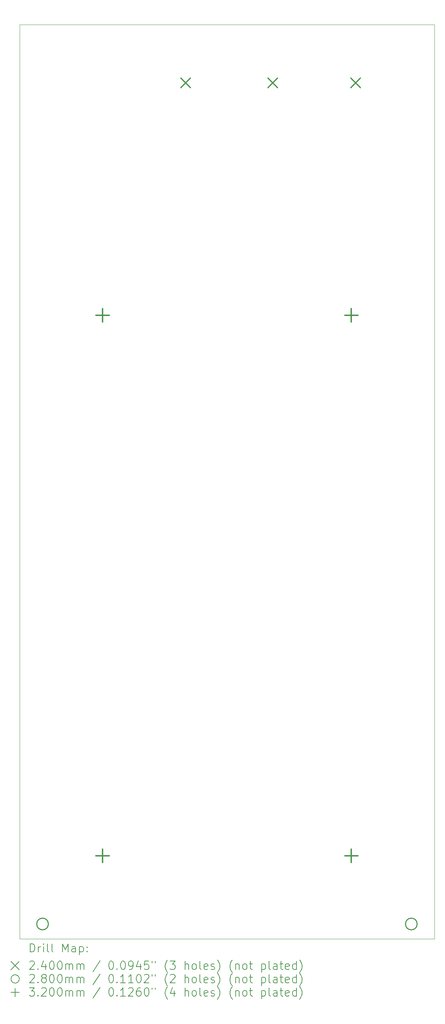
<source format=gbr>
%TF.GenerationSoftware,KiCad,Pcbnew,8.0.2*%
%TF.CreationDate,2024-12-14T16:16:48+01:00*%
%TF.ProjectId,pss_baseboard,7073735f-6261-4736-9562-6f6172642e6b,1.0.0*%
%TF.SameCoordinates,Original*%
%TF.FileFunction,Drillmap*%
%TF.FilePolarity,Positive*%
%FSLAX45Y45*%
G04 Gerber Fmt 4.5, Leading zero omitted, Abs format (unit mm)*
G04 Created by KiCad (PCBNEW 8.0.2) date 2024-12-14 16:16:48*
%MOMM*%
%LPD*%
G01*
G04 APERTURE LIST*
%ADD10C,0.100000*%
%ADD11C,0.200000*%
%ADD12C,0.240000*%
%ADD13C,0.280000*%
%ADD14C,0.320000*%
G04 APERTURE END LIST*
D10*
X16000000Y-24000000D02*
X16000000Y-2000000D01*
X26000000Y-2000000D02*
X26000000Y-24000000D01*
X16000000Y-2000000D02*
X26000000Y-2000000D01*
X26000000Y-24000000D02*
X16000000Y-24000000D01*
D11*
D12*
X19880000Y-3280000D02*
X20120000Y-3520000D01*
X20120000Y-3280000D02*
X19880000Y-3520000D01*
X21980000Y-3280000D02*
X22220000Y-3520000D01*
X22220000Y-3280000D02*
X21980000Y-3520000D01*
X23980000Y-3280000D02*
X24220000Y-3520000D01*
X24220000Y-3280000D02*
X23980000Y-3520000D01*
D13*
X16695000Y-23643000D02*
G75*
G02*
X16415000Y-23643000I-140000J0D01*
G01*
X16415000Y-23643000D02*
G75*
G02*
X16695000Y-23643000I140000J0D01*
G01*
X25585000Y-23643000D02*
G75*
G02*
X25305000Y-23643000I-140000J0D01*
G01*
X25305000Y-23643000D02*
G75*
G02*
X25585000Y-23643000I140000J0D01*
G01*
D14*
X18000000Y-8840000D02*
X18000000Y-9160000D01*
X17840000Y-9000000D02*
X18160000Y-9000000D01*
X18000000Y-21840000D02*
X18000000Y-22160000D01*
X17840000Y-22000000D02*
X18160000Y-22000000D01*
X24000000Y-8840000D02*
X24000000Y-9160000D01*
X23840000Y-9000000D02*
X24160000Y-9000000D01*
X24000000Y-21840000D02*
X24000000Y-22160000D01*
X23840000Y-22000000D02*
X24160000Y-22000000D01*
D11*
X16255777Y-24316484D02*
X16255777Y-24116484D01*
X16255777Y-24116484D02*
X16303396Y-24116484D01*
X16303396Y-24116484D02*
X16331967Y-24126008D01*
X16331967Y-24126008D02*
X16351015Y-24145055D01*
X16351015Y-24145055D02*
X16360539Y-24164103D01*
X16360539Y-24164103D02*
X16370062Y-24202198D01*
X16370062Y-24202198D02*
X16370062Y-24230769D01*
X16370062Y-24230769D02*
X16360539Y-24268865D01*
X16360539Y-24268865D02*
X16351015Y-24287912D01*
X16351015Y-24287912D02*
X16331967Y-24306960D01*
X16331967Y-24306960D02*
X16303396Y-24316484D01*
X16303396Y-24316484D02*
X16255777Y-24316484D01*
X16455777Y-24316484D02*
X16455777Y-24183150D01*
X16455777Y-24221246D02*
X16465301Y-24202198D01*
X16465301Y-24202198D02*
X16474824Y-24192674D01*
X16474824Y-24192674D02*
X16493872Y-24183150D01*
X16493872Y-24183150D02*
X16512920Y-24183150D01*
X16579586Y-24316484D02*
X16579586Y-24183150D01*
X16579586Y-24116484D02*
X16570062Y-24126008D01*
X16570062Y-24126008D02*
X16579586Y-24135531D01*
X16579586Y-24135531D02*
X16589110Y-24126008D01*
X16589110Y-24126008D02*
X16579586Y-24116484D01*
X16579586Y-24116484D02*
X16579586Y-24135531D01*
X16703396Y-24316484D02*
X16684348Y-24306960D01*
X16684348Y-24306960D02*
X16674824Y-24287912D01*
X16674824Y-24287912D02*
X16674824Y-24116484D01*
X16808158Y-24316484D02*
X16789110Y-24306960D01*
X16789110Y-24306960D02*
X16779586Y-24287912D01*
X16779586Y-24287912D02*
X16779586Y-24116484D01*
X17036729Y-24316484D02*
X17036729Y-24116484D01*
X17036729Y-24116484D02*
X17103396Y-24259341D01*
X17103396Y-24259341D02*
X17170063Y-24116484D01*
X17170063Y-24116484D02*
X17170063Y-24316484D01*
X17351015Y-24316484D02*
X17351015Y-24211722D01*
X17351015Y-24211722D02*
X17341491Y-24192674D01*
X17341491Y-24192674D02*
X17322444Y-24183150D01*
X17322444Y-24183150D02*
X17284348Y-24183150D01*
X17284348Y-24183150D02*
X17265301Y-24192674D01*
X17351015Y-24306960D02*
X17331967Y-24316484D01*
X17331967Y-24316484D02*
X17284348Y-24316484D01*
X17284348Y-24316484D02*
X17265301Y-24306960D01*
X17265301Y-24306960D02*
X17255777Y-24287912D01*
X17255777Y-24287912D02*
X17255777Y-24268865D01*
X17255777Y-24268865D02*
X17265301Y-24249817D01*
X17265301Y-24249817D02*
X17284348Y-24240293D01*
X17284348Y-24240293D02*
X17331967Y-24240293D01*
X17331967Y-24240293D02*
X17351015Y-24230769D01*
X17446253Y-24183150D02*
X17446253Y-24383150D01*
X17446253Y-24192674D02*
X17465301Y-24183150D01*
X17465301Y-24183150D02*
X17503396Y-24183150D01*
X17503396Y-24183150D02*
X17522444Y-24192674D01*
X17522444Y-24192674D02*
X17531967Y-24202198D01*
X17531967Y-24202198D02*
X17541491Y-24221246D01*
X17541491Y-24221246D02*
X17541491Y-24278388D01*
X17541491Y-24278388D02*
X17531967Y-24297436D01*
X17531967Y-24297436D02*
X17522444Y-24306960D01*
X17522444Y-24306960D02*
X17503396Y-24316484D01*
X17503396Y-24316484D02*
X17465301Y-24316484D01*
X17465301Y-24316484D02*
X17446253Y-24306960D01*
X17627205Y-24297436D02*
X17636729Y-24306960D01*
X17636729Y-24306960D02*
X17627205Y-24316484D01*
X17627205Y-24316484D02*
X17617682Y-24306960D01*
X17617682Y-24306960D02*
X17627205Y-24297436D01*
X17627205Y-24297436D02*
X17627205Y-24316484D01*
X17627205Y-24192674D02*
X17636729Y-24202198D01*
X17636729Y-24202198D02*
X17627205Y-24211722D01*
X17627205Y-24211722D02*
X17617682Y-24202198D01*
X17617682Y-24202198D02*
X17627205Y-24192674D01*
X17627205Y-24192674D02*
X17627205Y-24211722D01*
X15795000Y-24545000D02*
X15995000Y-24745000D01*
X15995000Y-24545000D02*
X15795000Y-24745000D01*
X16246253Y-24555531D02*
X16255777Y-24546008D01*
X16255777Y-24546008D02*
X16274824Y-24536484D01*
X16274824Y-24536484D02*
X16322443Y-24536484D01*
X16322443Y-24536484D02*
X16341491Y-24546008D01*
X16341491Y-24546008D02*
X16351015Y-24555531D01*
X16351015Y-24555531D02*
X16360539Y-24574579D01*
X16360539Y-24574579D02*
X16360539Y-24593627D01*
X16360539Y-24593627D02*
X16351015Y-24622198D01*
X16351015Y-24622198D02*
X16236729Y-24736484D01*
X16236729Y-24736484D02*
X16360539Y-24736484D01*
X16446253Y-24717436D02*
X16455777Y-24726960D01*
X16455777Y-24726960D02*
X16446253Y-24736484D01*
X16446253Y-24736484D02*
X16436729Y-24726960D01*
X16436729Y-24726960D02*
X16446253Y-24717436D01*
X16446253Y-24717436D02*
X16446253Y-24736484D01*
X16627205Y-24603150D02*
X16627205Y-24736484D01*
X16579586Y-24526960D02*
X16531967Y-24669817D01*
X16531967Y-24669817D02*
X16655777Y-24669817D01*
X16770062Y-24536484D02*
X16789110Y-24536484D01*
X16789110Y-24536484D02*
X16808158Y-24546008D01*
X16808158Y-24546008D02*
X16817682Y-24555531D01*
X16817682Y-24555531D02*
X16827205Y-24574579D01*
X16827205Y-24574579D02*
X16836729Y-24612674D01*
X16836729Y-24612674D02*
X16836729Y-24660293D01*
X16836729Y-24660293D02*
X16827205Y-24698388D01*
X16827205Y-24698388D02*
X16817682Y-24717436D01*
X16817682Y-24717436D02*
X16808158Y-24726960D01*
X16808158Y-24726960D02*
X16789110Y-24736484D01*
X16789110Y-24736484D02*
X16770062Y-24736484D01*
X16770062Y-24736484D02*
X16751015Y-24726960D01*
X16751015Y-24726960D02*
X16741491Y-24717436D01*
X16741491Y-24717436D02*
X16731967Y-24698388D01*
X16731967Y-24698388D02*
X16722443Y-24660293D01*
X16722443Y-24660293D02*
X16722443Y-24612674D01*
X16722443Y-24612674D02*
X16731967Y-24574579D01*
X16731967Y-24574579D02*
X16741491Y-24555531D01*
X16741491Y-24555531D02*
X16751015Y-24546008D01*
X16751015Y-24546008D02*
X16770062Y-24536484D01*
X16960539Y-24536484D02*
X16979586Y-24536484D01*
X16979586Y-24536484D02*
X16998634Y-24546008D01*
X16998634Y-24546008D02*
X17008158Y-24555531D01*
X17008158Y-24555531D02*
X17017682Y-24574579D01*
X17017682Y-24574579D02*
X17027205Y-24612674D01*
X17027205Y-24612674D02*
X17027205Y-24660293D01*
X17027205Y-24660293D02*
X17017682Y-24698388D01*
X17017682Y-24698388D02*
X17008158Y-24717436D01*
X17008158Y-24717436D02*
X16998634Y-24726960D01*
X16998634Y-24726960D02*
X16979586Y-24736484D01*
X16979586Y-24736484D02*
X16960539Y-24736484D01*
X16960539Y-24736484D02*
X16941491Y-24726960D01*
X16941491Y-24726960D02*
X16931967Y-24717436D01*
X16931967Y-24717436D02*
X16922444Y-24698388D01*
X16922444Y-24698388D02*
X16912920Y-24660293D01*
X16912920Y-24660293D02*
X16912920Y-24612674D01*
X16912920Y-24612674D02*
X16922444Y-24574579D01*
X16922444Y-24574579D02*
X16931967Y-24555531D01*
X16931967Y-24555531D02*
X16941491Y-24546008D01*
X16941491Y-24546008D02*
X16960539Y-24536484D01*
X17112920Y-24736484D02*
X17112920Y-24603150D01*
X17112920Y-24622198D02*
X17122444Y-24612674D01*
X17122444Y-24612674D02*
X17141491Y-24603150D01*
X17141491Y-24603150D02*
X17170063Y-24603150D01*
X17170063Y-24603150D02*
X17189110Y-24612674D01*
X17189110Y-24612674D02*
X17198634Y-24631722D01*
X17198634Y-24631722D02*
X17198634Y-24736484D01*
X17198634Y-24631722D02*
X17208158Y-24612674D01*
X17208158Y-24612674D02*
X17227205Y-24603150D01*
X17227205Y-24603150D02*
X17255777Y-24603150D01*
X17255777Y-24603150D02*
X17274825Y-24612674D01*
X17274825Y-24612674D02*
X17284348Y-24631722D01*
X17284348Y-24631722D02*
X17284348Y-24736484D01*
X17379586Y-24736484D02*
X17379586Y-24603150D01*
X17379586Y-24622198D02*
X17389110Y-24612674D01*
X17389110Y-24612674D02*
X17408158Y-24603150D01*
X17408158Y-24603150D02*
X17436729Y-24603150D01*
X17436729Y-24603150D02*
X17455777Y-24612674D01*
X17455777Y-24612674D02*
X17465301Y-24631722D01*
X17465301Y-24631722D02*
X17465301Y-24736484D01*
X17465301Y-24631722D02*
X17474825Y-24612674D01*
X17474825Y-24612674D02*
X17493872Y-24603150D01*
X17493872Y-24603150D02*
X17522444Y-24603150D01*
X17522444Y-24603150D02*
X17541491Y-24612674D01*
X17541491Y-24612674D02*
X17551015Y-24631722D01*
X17551015Y-24631722D02*
X17551015Y-24736484D01*
X17941491Y-24526960D02*
X17770063Y-24784103D01*
X18198634Y-24536484D02*
X18217682Y-24536484D01*
X18217682Y-24536484D02*
X18236729Y-24546008D01*
X18236729Y-24546008D02*
X18246253Y-24555531D01*
X18246253Y-24555531D02*
X18255777Y-24574579D01*
X18255777Y-24574579D02*
X18265301Y-24612674D01*
X18265301Y-24612674D02*
X18265301Y-24660293D01*
X18265301Y-24660293D02*
X18255777Y-24698388D01*
X18255777Y-24698388D02*
X18246253Y-24717436D01*
X18246253Y-24717436D02*
X18236729Y-24726960D01*
X18236729Y-24726960D02*
X18217682Y-24736484D01*
X18217682Y-24736484D02*
X18198634Y-24736484D01*
X18198634Y-24736484D02*
X18179587Y-24726960D01*
X18179587Y-24726960D02*
X18170063Y-24717436D01*
X18170063Y-24717436D02*
X18160539Y-24698388D01*
X18160539Y-24698388D02*
X18151015Y-24660293D01*
X18151015Y-24660293D02*
X18151015Y-24612674D01*
X18151015Y-24612674D02*
X18160539Y-24574579D01*
X18160539Y-24574579D02*
X18170063Y-24555531D01*
X18170063Y-24555531D02*
X18179587Y-24546008D01*
X18179587Y-24546008D02*
X18198634Y-24536484D01*
X18351015Y-24717436D02*
X18360539Y-24726960D01*
X18360539Y-24726960D02*
X18351015Y-24736484D01*
X18351015Y-24736484D02*
X18341491Y-24726960D01*
X18341491Y-24726960D02*
X18351015Y-24717436D01*
X18351015Y-24717436D02*
X18351015Y-24736484D01*
X18484348Y-24536484D02*
X18503396Y-24536484D01*
X18503396Y-24536484D02*
X18522444Y-24546008D01*
X18522444Y-24546008D02*
X18531968Y-24555531D01*
X18531968Y-24555531D02*
X18541491Y-24574579D01*
X18541491Y-24574579D02*
X18551015Y-24612674D01*
X18551015Y-24612674D02*
X18551015Y-24660293D01*
X18551015Y-24660293D02*
X18541491Y-24698388D01*
X18541491Y-24698388D02*
X18531968Y-24717436D01*
X18531968Y-24717436D02*
X18522444Y-24726960D01*
X18522444Y-24726960D02*
X18503396Y-24736484D01*
X18503396Y-24736484D02*
X18484348Y-24736484D01*
X18484348Y-24736484D02*
X18465301Y-24726960D01*
X18465301Y-24726960D02*
X18455777Y-24717436D01*
X18455777Y-24717436D02*
X18446253Y-24698388D01*
X18446253Y-24698388D02*
X18436729Y-24660293D01*
X18436729Y-24660293D02*
X18436729Y-24612674D01*
X18436729Y-24612674D02*
X18446253Y-24574579D01*
X18446253Y-24574579D02*
X18455777Y-24555531D01*
X18455777Y-24555531D02*
X18465301Y-24546008D01*
X18465301Y-24546008D02*
X18484348Y-24536484D01*
X18646253Y-24736484D02*
X18684348Y-24736484D01*
X18684348Y-24736484D02*
X18703396Y-24726960D01*
X18703396Y-24726960D02*
X18712920Y-24717436D01*
X18712920Y-24717436D02*
X18731968Y-24688865D01*
X18731968Y-24688865D02*
X18741491Y-24650769D01*
X18741491Y-24650769D02*
X18741491Y-24574579D01*
X18741491Y-24574579D02*
X18731968Y-24555531D01*
X18731968Y-24555531D02*
X18722444Y-24546008D01*
X18722444Y-24546008D02*
X18703396Y-24536484D01*
X18703396Y-24536484D02*
X18665301Y-24536484D01*
X18665301Y-24536484D02*
X18646253Y-24546008D01*
X18646253Y-24546008D02*
X18636729Y-24555531D01*
X18636729Y-24555531D02*
X18627206Y-24574579D01*
X18627206Y-24574579D02*
X18627206Y-24622198D01*
X18627206Y-24622198D02*
X18636729Y-24641246D01*
X18636729Y-24641246D02*
X18646253Y-24650769D01*
X18646253Y-24650769D02*
X18665301Y-24660293D01*
X18665301Y-24660293D02*
X18703396Y-24660293D01*
X18703396Y-24660293D02*
X18722444Y-24650769D01*
X18722444Y-24650769D02*
X18731968Y-24641246D01*
X18731968Y-24641246D02*
X18741491Y-24622198D01*
X18912920Y-24603150D02*
X18912920Y-24736484D01*
X18865301Y-24526960D02*
X18817682Y-24669817D01*
X18817682Y-24669817D02*
X18941491Y-24669817D01*
X19112920Y-24536484D02*
X19017682Y-24536484D01*
X19017682Y-24536484D02*
X19008158Y-24631722D01*
X19008158Y-24631722D02*
X19017682Y-24622198D01*
X19017682Y-24622198D02*
X19036729Y-24612674D01*
X19036729Y-24612674D02*
X19084349Y-24612674D01*
X19084349Y-24612674D02*
X19103396Y-24622198D01*
X19103396Y-24622198D02*
X19112920Y-24631722D01*
X19112920Y-24631722D02*
X19122444Y-24650769D01*
X19122444Y-24650769D02*
X19122444Y-24698388D01*
X19122444Y-24698388D02*
X19112920Y-24717436D01*
X19112920Y-24717436D02*
X19103396Y-24726960D01*
X19103396Y-24726960D02*
X19084349Y-24736484D01*
X19084349Y-24736484D02*
X19036729Y-24736484D01*
X19036729Y-24736484D02*
X19017682Y-24726960D01*
X19017682Y-24726960D02*
X19008158Y-24717436D01*
X19198634Y-24536484D02*
X19198634Y-24574579D01*
X19274825Y-24536484D02*
X19274825Y-24574579D01*
X19570063Y-24812674D02*
X19560539Y-24803150D01*
X19560539Y-24803150D02*
X19541491Y-24774579D01*
X19541491Y-24774579D02*
X19531968Y-24755531D01*
X19531968Y-24755531D02*
X19522444Y-24726960D01*
X19522444Y-24726960D02*
X19512920Y-24679341D01*
X19512920Y-24679341D02*
X19512920Y-24641246D01*
X19512920Y-24641246D02*
X19522444Y-24593627D01*
X19522444Y-24593627D02*
X19531968Y-24565055D01*
X19531968Y-24565055D02*
X19541491Y-24546008D01*
X19541491Y-24546008D02*
X19560539Y-24517436D01*
X19560539Y-24517436D02*
X19570063Y-24507912D01*
X19627206Y-24536484D02*
X19751015Y-24536484D01*
X19751015Y-24536484D02*
X19684349Y-24612674D01*
X19684349Y-24612674D02*
X19712920Y-24612674D01*
X19712920Y-24612674D02*
X19731968Y-24622198D01*
X19731968Y-24622198D02*
X19741491Y-24631722D01*
X19741491Y-24631722D02*
X19751015Y-24650769D01*
X19751015Y-24650769D02*
X19751015Y-24698388D01*
X19751015Y-24698388D02*
X19741491Y-24717436D01*
X19741491Y-24717436D02*
X19731968Y-24726960D01*
X19731968Y-24726960D02*
X19712920Y-24736484D01*
X19712920Y-24736484D02*
X19655777Y-24736484D01*
X19655777Y-24736484D02*
X19636730Y-24726960D01*
X19636730Y-24726960D02*
X19627206Y-24717436D01*
X19989111Y-24736484D02*
X19989111Y-24536484D01*
X20074825Y-24736484D02*
X20074825Y-24631722D01*
X20074825Y-24631722D02*
X20065301Y-24612674D01*
X20065301Y-24612674D02*
X20046253Y-24603150D01*
X20046253Y-24603150D02*
X20017682Y-24603150D01*
X20017682Y-24603150D02*
X19998634Y-24612674D01*
X19998634Y-24612674D02*
X19989111Y-24622198D01*
X20198634Y-24736484D02*
X20179587Y-24726960D01*
X20179587Y-24726960D02*
X20170063Y-24717436D01*
X20170063Y-24717436D02*
X20160539Y-24698388D01*
X20160539Y-24698388D02*
X20160539Y-24641246D01*
X20160539Y-24641246D02*
X20170063Y-24622198D01*
X20170063Y-24622198D02*
X20179587Y-24612674D01*
X20179587Y-24612674D02*
X20198634Y-24603150D01*
X20198634Y-24603150D02*
X20227206Y-24603150D01*
X20227206Y-24603150D02*
X20246253Y-24612674D01*
X20246253Y-24612674D02*
X20255777Y-24622198D01*
X20255777Y-24622198D02*
X20265301Y-24641246D01*
X20265301Y-24641246D02*
X20265301Y-24698388D01*
X20265301Y-24698388D02*
X20255777Y-24717436D01*
X20255777Y-24717436D02*
X20246253Y-24726960D01*
X20246253Y-24726960D02*
X20227206Y-24736484D01*
X20227206Y-24736484D02*
X20198634Y-24736484D01*
X20379587Y-24736484D02*
X20360539Y-24726960D01*
X20360539Y-24726960D02*
X20351015Y-24707912D01*
X20351015Y-24707912D02*
X20351015Y-24536484D01*
X20531968Y-24726960D02*
X20512920Y-24736484D01*
X20512920Y-24736484D02*
X20474825Y-24736484D01*
X20474825Y-24736484D02*
X20455777Y-24726960D01*
X20455777Y-24726960D02*
X20446253Y-24707912D01*
X20446253Y-24707912D02*
X20446253Y-24631722D01*
X20446253Y-24631722D02*
X20455777Y-24612674D01*
X20455777Y-24612674D02*
X20474825Y-24603150D01*
X20474825Y-24603150D02*
X20512920Y-24603150D01*
X20512920Y-24603150D02*
X20531968Y-24612674D01*
X20531968Y-24612674D02*
X20541492Y-24631722D01*
X20541492Y-24631722D02*
X20541492Y-24650769D01*
X20541492Y-24650769D02*
X20446253Y-24669817D01*
X20617682Y-24726960D02*
X20636730Y-24736484D01*
X20636730Y-24736484D02*
X20674825Y-24736484D01*
X20674825Y-24736484D02*
X20693873Y-24726960D01*
X20693873Y-24726960D02*
X20703396Y-24707912D01*
X20703396Y-24707912D02*
X20703396Y-24698388D01*
X20703396Y-24698388D02*
X20693873Y-24679341D01*
X20693873Y-24679341D02*
X20674825Y-24669817D01*
X20674825Y-24669817D02*
X20646253Y-24669817D01*
X20646253Y-24669817D02*
X20627206Y-24660293D01*
X20627206Y-24660293D02*
X20617682Y-24641246D01*
X20617682Y-24641246D02*
X20617682Y-24631722D01*
X20617682Y-24631722D02*
X20627206Y-24612674D01*
X20627206Y-24612674D02*
X20646253Y-24603150D01*
X20646253Y-24603150D02*
X20674825Y-24603150D01*
X20674825Y-24603150D02*
X20693873Y-24612674D01*
X20770063Y-24812674D02*
X20779587Y-24803150D01*
X20779587Y-24803150D02*
X20798634Y-24774579D01*
X20798634Y-24774579D02*
X20808158Y-24755531D01*
X20808158Y-24755531D02*
X20817682Y-24726960D01*
X20817682Y-24726960D02*
X20827206Y-24679341D01*
X20827206Y-24679341D02*
X20827206Y-24641246D01*
X20827206Y-24641246D02*
X20817682Y-24593627D01*
X20817682Y-24593627D02*
X20808158Y-24565055D01*
X20808158Y-24565055D02*
X20798634Y-24546008D01*
X20798634Y-24546008D02*
X20779587Y-24517436D01*
X20779587Y-24517436D02*
X20770063Y-24507912D01*
X21131968Y-24812674D02*
X21122444Y-24803150D01*
X21122444Y-24803150D02*
X21103396Y-24774579D01*
X21103396Y-24774579D02*
X21093873Y-24755531D01*
X21093873Y-24755531D02*
X21084349Y-24726960D01*
X21084349Y-24726960D02*
X21074825Y-24679341D01*
X21074825Y-24679341D02*
X21074825Y-24641246D01*
X21074825Y-24641246D02*
X21084349Y-24593627D01*
X21084349Y-24593627D02*
X21093873Y-24565055D01*
X21093873Y-24565055D02*
X21103396Y-24546008D01*
X21103396Y-24546008D02*
X21122444Y-24517436D01*
X21122444Y-24517436D02*
X21131968Y-24507912D01*
X21208158Y-24603150D02*
X21208158Y-24736484D01*
X21208158Y-24622198D02*
X21217682Y-24612674D01*
X21217682Y-24612674D02*
X21236730Y-24603150D01*
X21236730Y-24603150D02*
X21265301Y-24603150D01*
X21265301Y-24603150D02*
X21284349Y-24612674D01*
X21284349Y-24612674D02*
X21293873Y-24631722D01*
X21293873Y-24631722D02*
X21293873Y-24736484D01*
X21417682Y-24736484D02*
X21398634Y-24726960D01*
X21398634Y-24726960D02*
X21389111Y-24717436D01*
X21389111Y-24717436D02*
X21379587Y-24698388D01*
X21379587Y-24698388D02*
X21379587Y-24641246D01*
X21379587Y-24641246D02*
X21389111Y-24622198D01*
X21389111Y-24622198D02*
X21398634Y-24612674D01*
X21398634Y-24612674D02*
X21417682Y-24603150D01*
X21417682Y-24603150D02*
X21446254Y-24603150D01*
X21446254Y-24603150D02*
X21465301Y-24612674D01*
X21465301Y-24612674D02*
X21474825Y-24622198D01*
X21474825Y-24622198D02*
X21484349Y-24641246D01*
X21484349Y-24641246D02*
X21484349Y-24698388D01*
X21484349Y-24698388D02*
X21474825Y-24717436D01*
X21474825Y-24717436D02*
X21465301Y-24726960D01*
X21465301Y-24726960D02*
X21446254Y-24736484D01*
X21446254Y-24736484D02*
X21417682Y-24736484D01*
X21541492Y-24603150D02*
X21617682Y-24603150D01*
X21570063Y-24536484D02*
X21570063Y-24707912D01*
X21570063Y-24707912D02*
X21579587Y-24726960D01*
X21579587Y-24726960D02*
X21598634Y-24736484D01*
X21598634Y-24736484D02*
X21617682Y-24736484D01*
X21836730Y-24603150D02*
X21836730Y-24803150D01*
X21836730Y-24612674D02*
X21855777Y-24603150D01*
X21855777Y-24603150D02*
X21893873Y-24603150D01*
X21893873Y-24603150D02*
X21912920Y-24612674D01*
X21912920Y-24612674D02*
X21922444Y-24622198D01*
X21922444Y-24622198D02*
X21931968Y-24641246D01*
X21931968Y-24641246D02*
X21931968Y-24698388D01*
X21931968Y-24698388D02*
X21922444Y-24717436D01*
X21922444Y-24717436D02*
X21912920Y-24726960D01*
X21912920Y-24726960D02*
X21893873Y-24736484D01*
X21893873Y-24736484D02*
X21855777Y-24736484D01*
X21855777Y-24736484D02*
X21836730Y-24726960D01*
X22046254Y-24736484D02*
X22027206Y-24726960D01*
X22027206Y-24726960D02*
X22017682Y-24707912D01*
X22017682Y-24707912D02*
X22017682Y-24536484D01*
X22208158Y-24736484D02*
X22208158Y-24631722D01*
X22208158Y-24631722D02*
X22198635Y-24612674D01*
X22198635Y-24612674D02*
X22179587Y-24603150D01*
X22179587Y-24603150D02*
X22141492Y-24603150D01*
X22141492Y-24603150D02*
X22122444Y-24612674D01*
X22208158Y-24726960D02*
X22189111Y-24736484D01*
X22189111Y-24736484D02*
X22141492Y-24736484D01*
X22141492Y-24736484D02*
X22122444Y-24726960D01*
X22122444Y-24726960D02*
X22112920Y-24707912D01*
X22112920Y-24707912D02*
X22112920Y-24688865D01*
X22112920Y-24688865D02*
X22122444Y-24669817D01*
X22122444Y-24669817D02*
X22141492Y-24660293D01*
X22141492Y-24660293D02*
X22189111Y-24660293D01*
X22189111Y-24660293D02*
X22208158Y-24650769D01*
X22274825Y-24603150D02*
X22351015Y-24603150D01*
X22303396Y-24536484D02*
X22303396Y-24707912D01*
X22303396Y-24707912D02*
X22312920Y-24726960D01*
X22312920Y-24726960D02*
X22331968Y-24736484D01*
X22331968Y-24736484D02*
X22351015Y-24736484D01*
X22493873Y-24726960D02*
X22474825Y-24736484D01*
X22474825Y-24736484D02*
X22436730Y-24736484D01*
X22436730Y-24736484D02*
X22417682Y-24726960D01*
X22417682Y-24726960D02*
X22408158Y-24707912D01*
X22408158Y-24707912D02*
X22408158Y-24631722D01*
X22408158Y-24631722D02*
X22417682Y-24612674D01*
X22417682Y-24612674D02*
X22436730Y-24603150D01*
X22436730Y-24603150D02*
X22474825Y-24603150D01*
X22474825Y-24603150D02*
X22493873Y-24612674D01*
X22493873Y-24612674D02*
X22503396Y-24631722D01*
X22503396Y-24631722D02*
X22503396Y-24650769D01*
X22503396Y-24650769D02*
X22408158Y-24669817D01*
X22674825Y-24736484D02*
X22674825Y-24536484D01*
X22674825Y-24726960D02*
X22655777Y-24736484D01*
X22655777Y-24736484D02*
X22617682Y-24736484D01*
X22617682Y-24736484D02*
X22598634Y-24726960D01*
X22598634Y-24726960D02*
X22589111Y-24717436D01*
X22589111Y-24717436D02*
X22579587Y-24698388D01*
X22579587Y-24698388D02*
X22579587Y-24641246D01*
X22579587Y-24641246D02*
X22589111Y-24622198D01*
X22589111Y-24622198D02*
X22598634Y-24612674D01*
X22598634Y-24612674D02*
X22617682Y-24603150D01*
X22617682Y-24603150D02*
X22655777Y-24603150D01*
X22655777Y-24603150D02*
X22674825Y-24612674D01*
X22751015Y-24812674D02*
X22760539Y-24803150D01*
X22760539Y-24803150D02*
X22779587Y-24774579D01*
X22779587Y-24774579D02*
X22789111Y-24755531D01*
X22789111Y-24755531D02*
X22798634Y-24726960D01*
X22798634Y-24726960D02*
X22808158Y-24679341D01*
X22808158Y-24679341D02*
X22808158Y-24641246D01*
X22808158Y-24641246D02*
X22798634Y-24593627D01*
X22798634Y-24593627D02*
X22789111Y-24565055D01*
X22789111Y-24565055D02*
X22779587Y-24546008D01*
X22779587Y-24546008D02*
X22760539Y-24517436D01*
X22760539Y-24517436D02*
X22751015Y-24507912D01*
X15995000Y-24965000D02*
G75*
G02*
X15795000Y-24965000I-100000J0D01*
G01*
X15795000Y-24965000D02*
G75*
G02*
X15995000Y-24965000I100000J0D01*
G01*
X16246253Y-24875531D02*
X16255777Y-24866008D01*
X16255777Y-24866008D02*
X16274824Y-24856484D01*
X16274824Y-24856484D02*
X16322443Y-24856484D01*
X16322443Y-24856484D02*
X16341491Y-24866008D01*
X16341491Y-24866008D02*
X16351015Y-24875531D01*
X16351015Y-24875531D02*
X16360539Y-24894579D01*
X16360539Y-24894579D02*
X16360539Y-24913627D01*
X16360539Y-24913627D02*
X16351015Y-24942198D01*
X16351015Y-24942198D02*
X16236729Y-25056484D01*
X16236729Y-25056484D02*
X16360539Y-25056484D01*
X16446253Y-25037436D02*
X16455777Y-25046960D01*
X16455777Y-25046960D02*
X16446253Y-25056484D01*
X16446253Y-25056484D02*
X16436729Y-25046960D01*
X16436729Y-25046960D02*
X16446253Y-25037436D01*
X16446253Y-25037436D02*
X16446253Y-25056484D01*
X16570062Y-24942198D02*
X16551015Y-24932674D01*
X16551015Y-24932674D02*
X16541491Y-24923150D01*
X16541491Y-24923150D02*
X16531967Y-24904103D01*
X16531967Y-24904103D02*
X16531967Y-24894579D01*
X16531967Y-24894579D02*
X16541491Y-24875531D01*
X16541491Y-24875531D02*
X16551015Y-24866008D01*
X16551015Y-24866008D02*
X16570062Y-24856484D01*
X16570062Y-24856484D02*
X16608158Y-24856484D01*
X16608158Y-24856484D02*
X16627205Y-24866008D01*
X16627205Y-24866008D02*
X16636729Y-24875531D01*
X16636729Y-24875531D02*
X16646253Y-24894579D01*
X16646253Y-24894579D02*
X16646253Y-24904103D01*
X16646253Y-24904103D02*
X16636729Y-24923150D01*
X16636729Y-24923150D02*
X16627205Y-24932674D01*
X16627205Y-24932674D02*
X16608158Y-24942198D01*
X16608158Y-24942198D02*
X16570062Y-24942198D01*
X16570062Y-24942198D02*
X16551015Y-24951722D01*
X16551015Y-24951722D02*
X16541491Y-24961246D01*
X16541491Y-24961246D02*
X16531967Y-24980293D01*
X16531967Y-24980293D02*
X16531967Y-25018388D01*
X16531967Y-25018388D02*
X16541491Y-25037436D01*
X16541491Y-25037436D02*
X16551015Y-25046960D01*
X16551015Y-25046960D02*
X16570062Y-25056484D01*
X16570062Y-25056484D02*
X16608158Y-25056484D01*
X16608158Y-25056484D02*
X16627205Y-25046960D01*
X16627205Y-25046960D02*
X16636729Y-25037436D01*
X16636729Y-25037436D02*
X16646253Y-25018388D01*
X16646253Y-25018388D02*
X16646253Y-24980293D01*
X16646253Y-24980293D02*
X16636729Y-24961246D01*
X16636729Y-24961246D02*
X16627205Y-24951722D01*
X16627205Y-24951722D02*
X16608158Y-24942198D01*
X16770062Y-24856484D02*
X16789110Y-24856484D01*
X16789110Y-24856484D02*
X16808158Y-24866008D01*
X16808158Y-24866008D02*
X16817682Y-24875531D01*
X16817682Y-24875531D02*
X16827205Y-24894579D01*
X16827205Y-24894579D02*
X16836729Y-24932674D01*
X16836729Y-24932674D02*
X16836729Y-24980293D01*
X16836729Y-24980293D02*
X16827205Y-25018388D01*
X16827205Y-25018388D02*
X16817682Y-25037436D01*
X16817682Y-25037436D02*
X16808158Y-25046960D01*
X16808158Y-25046960D02*
X16789110Y-25056484D01*
X16789110Y-25056484D02*
X16770062Y-25056484D01*
X16770062Y-25056484D02*
X16751015Y-25046960D01*
X16751015Y-25046960D02*
X16741491Y-25037436D01*
X16741491Y-25037436D02*
X16731967Y-25018388D01*
X16731967Y-25018388D02*
X16722443Y-24980293D01*
X16722443Y-24980293D02*
X16722443Y-24932674D01*
X16722443Y-24932674D02*
X16731967Y-24894579D01*
X16731967Y-24894579D02*
X16741491Y-24875531D01*
X16741491Y-24875531D02*
X16751015Y-24866008D01*
X16751015Y-24866008D02*
X16770062Y-24856484D01*
X16960539Y-24856484D02*
X16979586Y-24856484D01*
X16979586Y-24856484D02*
X16998634Y-24866008D01*
X16998634Y-24866008D02*
X17008158Y-24875531D01*
X17008158Y-24875531D02*
X17017682Y-24894579D01*
X17017682Y-24894579D02*
X17027205Y-24932674D01*
X17027205Y-24932674D02*
X17027205Y-24980293D01*
X17027205Y-24980293D02*
X17017682Y-25018388D01*
X17017682Y-25018388D02*
X17008158Y-25037436D01*
X17008158Y-25037436D02*
X16998634Y-25046960D01*
X16998634Y-25046960D02*
X16979586Y-25056484D01*
X16979586Y-25056484D02*
X16960539Y-25056484D01*
X16960539Y-25056484D02*
X16941491Y-25046960D01*
X16941491Y-25046960D02*
X16931967Y-25037436D01*
X16931967Y-25037436D02*
X16922444Y-25018388D01*
X16922444Y-25018388D02*
X16912920Y-24980293D01*
X16912920Y-24980293D02*
X16912920Y-24932674D01*
X16912920Y-24932674D02*
X16922444Y-24894579D01*
X16922444Y-24894579D02*
X16931967Y-24875531D01*
X16931967Y-24875531D02*
X16941491Y-24866008D01*
X16941491Y-24866008D02*
X16960539Y-24856484D01*
X17112920Y-25056484D02*
X17112920Y-24923150D01*
X17112920Y-24942198D02*
X17122444Y-24932674D01*
X17122444Y-24932674D02*
X17141491Y-24923150D01*
X17141491Y-24923150D02*
X17170063Y-24923150D01*
X17170063Y-24923150D02*
X17189110Y-24932674D01*
X17189110Y-24932674D02*
X17198634Y-24951722D01*
X17198634Y-24951722D02*
X17198634Y-25056484D01*
X17198634Y-24951722D02*
X17208158Y-24932674D01*
X17208158Y-24932674D02*
X17227205Y-24923150D01*
X17227205Y-24923150D02*
X17255777Y-24923150D01*
X17255777Y-24923150D02*
X17274825Y-24932674D01*
X17274825Y-24932674D02*
X17284348Y-24951722D01*
X17284348Y-24951722D02*
X17284348Y-25056484D01*
X17379586Y-25056484D02*
X17379586Y-24923150D01*
X17379586Y-24942198D02*
X17389110Y-24932674D01*
X17389110Y-24932674D02*
X17408158Y-24923150D01*
X17408158Y-24923150D02*
X17436729Y-24923150D01*
X17436729Y-24923150D02*
X17455777Y-24932674D01*
X17455777Y-24932674D02*
X17465301Y-24951722D01*
X17465301Y-24951722D02*
X17465301Y-25056484D01*
X17465301Y-24951722D02*
X17474825Y-24932674D01*
X17474825Y-24932674D02*
X17493872Y-24923150D01*
X17493872Y-24923150D02*
X17522444Y-24923150D01*
X17522444Y-24923150D02*
X17541491Y-24932674D01*
X17541491Y-24932674D02*
X17551015Y-24951722D01*
X17551015Y-24951722D02*
X17551015Y-25056484D01*
X17941491Y-24846960D02*
X17770063Y-25104103D01*
X18198634Y-24856484D02*
X18217682Y-24856484D01*
X18217682Y-24856484D02*
X18236729Y-24866008D01*
X18236729Y-24866008D02*
X18246253Y-24875531D01*
X18246253Y-24875531D02*
X18255777Y-24894579D01*
X18255777Y-24894579D02*
X18265301Y-24932674D01*
X18265301Y-24932674D02*
X18265301Y-24980293D01*
X18265301Y-24980293D02*
X18255777Y-25018388D01*
X18255777Y-25018388D02*
X18246253Y-25037436D01*
X18246253Y-25037436D02*
X18236729Y-25046960D01*
X18236729Y-25046960D02*
X18217682Y-25056484D01*
X18217682Y-25056484D02*
X18198634Y-25056484D01*
X18198634Y-25056484D02*
X18179587Y-25046960D01*
X18179587Y-25046960D02*
X18170063Y-25037436D01*
X18170063Y-25037436D02*
X18160539Y-25018388D01*
X18160539Y-25018388D02*
X18151015Y-24980293D01*
X18151015Y-24980293D02*
X18151015Y-24932674D01*
X18151015Y-24932674D02*
X18160539Y-24894579D01*
X18160539Y-24894579D02*
X18170063Y-24875531D01*
X18170063Y-24875531D02*
X18179587Y-24866008D01*
X18179587Y-24866008D02*
X18198634Y-24856484D01*
X18351015Y-25037436D02*
X18360539Y-25046960D01*
X18360539Y-25046960D02*
X18351015Y-25056484D01*
X18351015Y-25056484D02*
X18341491Y-25046960D01*
X18341491Y-25046960D02*
X18351015Y-25037436D01*
X18351015Y-25037436D02*
X18351015Y-25056484D01*
X18551015Y-25056484D02*
X18436729Y-25056484D01*
X18493872Y-25056484D02*
X18493872Y-24856484D01*
X18493872Y-24856484D02*
X18474825Y-24885055D01*
X18474825Y-24885055D02*
X18455777Y-24904103D01*
X18455777Y-24904103D02*
X18436729Y-24913627D01*
X18741491Y-25056484D02*
X18627206Y-25056484D01*
X18684348Y-25056484D02*
X18684348Y-24856484D01*
X18684348Y-24856484D02*
X18665301Y-24885055D01*
X18665301Y-24885055D02*
X18646253Y-24904103D01*
X18646253Y-24904103D02*
X18627206Y-24913627D01*
X18865301Y-24856484D02*
X18884349Y-24856484D01*
X18884349Y-24856484D02*
X18903396Y-24866008D01*
X18903396Y-24866008D02*
X18912920Y-24875531D01*
X18912920Y-24875531D02*
X18922444Y-24894579D01*
X18922444Y-24894579D02*
X18931968Y-24932674D01*
X18931968Y-24932674D02*
X18931968Y-24980293D01*
X18931968Y-24980293D02*
X18922444Y-25018388D01*
X18922444Y-25018388D02*
X18912920Y-25037436D01*
X18912920Y-25037436D02*
X18903396Y-25046960D01*
X18903396Y-25046960D02*
X18884349Y-25056484D01*
X18884349Y-25056484D02*
X18865301Y-25056484D01*
X18865301Y-25056484D02*
X18846253Y-25046960D01*
X18846253Y-25046960D02*
X18836729Y-25037436D01*
X18836729Y-25037436D02*
X18827206Y-25018388D01*
X18827206Y-25018388D02*
X18817682Y-24980293D01*
X18817682Y-24980293D02*
X18817682Y-24932674D01*
X18817682Y-24932674D02*
X18827206Y-24894579D01*
X18827206Y-24894579D02*
X18836729Y-24875531D01*
X18836729Y-24875531D02*
X18846253Y-24866008D01*
X18846253Y-24866008D02*
X18865301Y-24856484D01*
X19008158Y-24875531D02*
X19017682Y-24866008D01*
X19017682Y-24866008D02*
X19036729Y-24856484D01*
X19036729Y-24856484D02*
X19084349Y-24856484D01*
X19084349Y-24856484D02*
X19103396Y-24866008D01*
X19103396Y-24866008D02*
X19112920Y-24875531D01*
X19112920Y-24875531D02*
X19122444Y-24894579D01*
X19122444Y-24894579D02*
X19122444Y-24913627D01*
X19122444Y-24913627D02*
X19112920Y-24942198D01*
X19112920Y-24942198D02*
X18998634Y-25056484D01*
X18998634Y-25056484D02*
X19122444Y-25056484D01*
X19198634Y-24856484D02*
X19198634Y-24894579D01*
X19274825Y-24856484D02*
X19274825Y-24894579D01*
X19570063Y-25132674D02*
X19560539Y-25123150D01*
X19560539Y-25123150D02*
X19541491Y-25094579D01*
X19541491Y-25094579D02*
X19531968Y-25075531D01*
X19531968Y-25075531D02*
X19522444Y-25046960D01*
X19522444Y-25046960D02*
X19512920Y-24999341D01*
X19512920Y-24999341D02*
X19512920Y-24961246D01*
X19512920Y-24961246D02*
X19522444Y-24913627D01*
X19522444Y-24913627D02*
X19531968Y-24885055D01*
X19531968Y-24885055D02*
X19541491Y-24866008D01*
X19541491Y-24866008D02*
X19560539Y-24837436D01*
X19560539Y-24837436D02*
X19570063Y-24827912D01*
X19636730Y-24875531D02*
X19646253Y-24866008D01*
X19646253Y-24866008D02*
X19665301Y-24856484D01*
X19665301Y-24856484D02*
X19712920Y-24856484D01*
X19712920Y-24856484D02*
X19731968Y-24866008D01*
X19731968Y-24866008D02*
X19741491Y-24875531D01*
X19741491Y-24875531D02*
X19751015Y-24894579D01*
X19751015Y-24894579D02*
X19751015Y-24913627D01*
X19751015Y-24913627D02*
X19741491Y-24942198D01*
X19741491Y-24942198D02*
X19627206Y-25056484D01*
X19627206Y-25056484D02*
X19751015Y-25056484D01*
X19989111Y-25056484D02*
X19989111Y-24856484D01*
X20074825Y-25056484D02*
X20074825Y-24951722D01*
X20074825Y-24951722D02*
X20065301Y-24932674D01*
X20065301Y-24932674D02*
X20046253Y-24923150D01*
X20046253Y-24923150D02*
X20017682Y-24923150D01*
X20017682Y-24923150D02*
X19998634Y-24932674D01*
X19998634Y-24932674D02*
X19989111Y-24942198D01*
X20198634Y-25056484D02*
X20179587Y-25046960D01*
X20179587Y-25046960D02*
X20170063Y-25037436D01*
X20170063Y-25037436D02*
X20160539Y-25018388D01*
X20160539Y-25018388D02*
X20160539Y-24961246D01*
X20160539Y-24961246D02*
X20170063Y-24942198D01*
X20170063Y-24942198D02*
X20179587Y-24932674D01*
X20179587Y-24932674D02*
X20198634Y-24923150D01*
X20198634Y-24923150D02*
X20227206Y-24923150D01*
X20227206Y-24923150D02*
X20246253Y-24932674D01*
X20246253Y-24932674D02*
X20255777Y-24942198D01*
X20255777Y-24942198D02*
X20265301Y-24961246D01*
X20265301Y-24961246D02*
X20265301Y-25018388D01*
X20265301Y-25018388D02*
X20255777Y-25037436D01*
X20255777Y-25037436D02*
X20246253Y-25046960D01*
X20246253Y-25046960D02*
X20227206Y-25056484D01*
X20227206Y-25056484D02*
X20198634Y-25056484D01*
X20379587Y-25056484D02*
X20360539Y-25046960D01*
X20360539Y-25046960D02*
X20351015Y-25027912D01*
X20351015Y-25027912D02*
X20351015Y-24856484D01*
X20531968Y-25046960D02*
X20512920Y-25056484D01*
X20512920Y-25056484D02*
X20474825Y-25056484D01*
X20474825Y-25056484D02*
X20455777Y-25046960D01*
X20455777Y-25046960D02*
X20446253Y-25027912D01*
X20446253Y-25027912D02*
X20446253Y-24951722D01*
X20446253Y-24951722D02*
X20455777Y-24932674D01*
X20455777Y-24932674D02*
X20474825Y-24923150D01*
X20474825Y-24923150D02*
X20512920Y-24923150D01*
X20512920Y-24923150D02*
X20531968Y-24932674D01*
X20531968Y-24932674D02*
X20541492Y-24951722D01*
X20541492Y-24951722D02*
X20541492Y-24970769D01*
X20541492Y-24970769D02*
X20446253Y-24989817D01*
X20617682Y-25046960D02*
X20636730Y-25056484D01*
X20636730Y-25056484D02*
X20674825Y-25056484D01*
X20674825Y-25056484D02*
X20693873Y-25046960D01*
X20693873Y-25046960D02*
X20703396Y-25027912D01*
X20703396Y-25027912D02*
X20703396Y-25018388D01*
X20703396Y-25018388D02*
X20693873Y-24999341D01*
X20693873Y-24999341D02*
X20674825Y-24989817D01*
X20674825Y-24989817D02*
X20646253Y-24989817D01*
X20646253Y-24989817D02*
X20627206Y-24980293D01*
X20627206Y-24980293D02*
X20617682Y-24961246D01*
X20617682Y-24961246D02*
X20617682Y-24951722D01*
X20617682Y-24951722D02*
X20627206Y-24932674D01*
X20627206Y-24932674D02*
X20646253Y-24923150D01*
X20646253Y-24923150D02*
X20674825Y-24923150D01*
X20674825Y-24923150D02*
X20693873Y-24932674D01*
X20770063Y-25132674D02*
X20779587Y-25123150D01*
X20779587Y-25123150D02*
X20798634Y-25094579D01*
X20798634Y-25094579D02*
X20808158Y-25075531D01*
X20808158Y-25075531D02*
X20817682Y-25046960D01*
X20817682Y-25046960D02*
X20827206Y-24999341D01*
X20827206Y-24999341D02*
X20827206Y-24961246D01*
X20827206Y-24961246D02*
X20817682Y-24913627D01*
X20817682Y-24913627D02*
X20808158Y-24885055D01*
X20808158Y-24885055D02*
X20798634Y-24866008D01*
X20798634Y-24866008D02*
X20779587Y-24837436D01*
X20779587Y-24837436D02*
X20770063Y-24827912D01*
X21131968Y-25132674D02*
X21122444Y-25123150D01*
X21122444Y-25123150D02*
X21103396Y-25094579D01*
X21103396Y-25094579D02*
X21093873Y-25075531D01*
X21093873Y-25075531D02*
X21084349Y-25046960D01*
X21084349Y-25046960D02*
X21074825Y-24999341D01*
X21074825Y-24999341D02*
X21074825Y-24961246D01*
X21074825Y-24961246D02*
X21084349Y-24913627D01*
X21084349Y-24913627D02*
X21093873Y-24885055D01*
X21093873Y-24885055D02*
X21103396Y-24866008D01*
X21103396Y-24866008D02*
X21122444Y-24837436D01*
X21122444Y-24837436D02*
X21131968Y-24827912D01*
X21208158Y-24923150D02*
X21208158Y-25056484D01*
X21208158Y-24942198D02*
X21217682Y-24932674D01*
X21217682Y-24932674D02*
X21236730Y-24923150D01*
X21236730Y-24923150D02*
X21265301Y-24923150D01*
X21265301Y-24923150D02*
X21284349Y-24932674D01*
X21284349Y-24932674D02*
X21293873Y-24951722D01*
X21293873Y-24951722D02*
X21293873Y-25056484D01*
X21417682Y-25056484D02*
X21398634Y-25046960D01*
X21398634Y-25046960D02*
X21389111Y-25037436D01*
X21389111Y-25037436D02*
X21379587Y-25018388D01*
X21379587Y-25018388D02*
X21379587Y-24961246D01*
X21379587Y-24961246D02*
X21389111Y-24942198D01*
X21389111Y-24942198D02*
X21398634Y-24932674D01*
X21398634Y-24932674D02*
X21417682Y-24923150D01*
X21417682Y-24923150D02*
X21446254Y-24923150D01*
X21446254Y-24923150D02*
X21465301Y-24932674D01*
X21465301Y-24932674D02*
X21474825Y-24942198D01*
X21474825Y-24942198D02*
X21484349Y-24961246D01*
X21484349Y-24961246D02*
X21484349Y-25018388D01*
X21484349Y-25018388D02*
X21474825Y-25037436D01*
X21474825Y-25037436D02*
X21465301Y-25046960D01*
X21465301Y-25046960D02*
X21446254Y-25056484D01*
X21446254Y-25056484D02*
X21417682Y-25056484D01*
X21541492Y-24923150D02*
X21617682Y-24923150D01*
X21570063Y-24856484D02*
X21570063Y-25027912D01*
X21570063Y-25027912D02*
X21579587Y-25046960D01*
X21579587Y-25046960D02*
X21598634Y-25056484D01*
X21598634Y-25056484D02*
X21617682Y-25056484D01*
X21836730Y-24923150D02*
X21836730Y-25123150D01*
X21836730Y-24932674D02*
X21855777Y-24923150D01*
X21855777Y-24923150D02*
X21893873Y-24923150D01*
X21893873Y-24923150D02*
X21912920Y-24932674D01*
X21912920Y-24932674D02*
X21922444Y-24942198D01*
X21922444Y-24942198D02*
X21931968Y-24961246D01*
X21931968Y-24961246D02*
X21931968Y-25018388D01*
X21931968Y-25018388D02*
X21922444Y-25037436D01*
X21922444Y-25037436D02*
X21912920Y-25046960D01*
X21912920Y-25046960D02*
X21893873Y-25056484D01*
X21893873Y-25056484D02*
X21855777Y-25056484D01*
X21855777Y-25056484D02*
X21836730Y-25046960D01*
X22046254Y-25056484D02*
X22027206Y-25046960D01*
X22027206Y-25046960D02*
X22017682Y-25027912D01*
X22017682Y-25027912D02*
X22017682Y-24856484D01*
X22208158Y-25056484D02*
X22208158Y-24951722D01*
X22208158Y-24951722D02*
X22198635Y-24932674D01*
X22198635Y-24932674D02*
X22179587Y-24923150D01*
X22179587Y-24923150D02*
X22141492Y-24923150D01*
X22141492Y-24923150D02*
X22122444Y-24932674D01*
X22208158Y-25046960D02*
X22189111Y-25056484D01*
X22189111Y-25056484D02*
X22141492Y-25056484D01*
X22141492Y-25056484D02*
X22122444Y-25046960D01*
X22122444Y-25046960D02*
X22112920Y-25027912D01*
X22112920Y-25027912D02*
X22112920Y-25008865D01*
X22112920Y-25008865D02*
X22122444Y-24989817D01*
X22122444Y-24989817D02*
X22141492Y-24980293D01*
X22141492Y-24980293D02*
X22189111Y-24980293D01*
X22189111Y-24980293D02*
X22208158Y-24970769D01*
X22274825Y-24923150D02*
X22351015Y-24923150D01*
X22303396Y-24856484D02*
X22303396Y-25027912D01*
X22303396Y-25027912D02*
X22312920Y-25046960D01*
X22312920Y-25046960D02*
X22331968Y-25056484D01*
X22331968Y-25056484D02*
X22351015Y-25056484D01*
X22493873Y-25046960D02*
X22474825Y-25056484D01*
X22474825Y-25056484D02*
X22436730Y-25056484D01*
X22436730Y-25056484D02*
X22417682Y-25046960D01*
X22417682Y-25046960D02*
X22408158Y-25027912D01*
X22408158Y-25027912D02*
X22408158Y-24951722D01*
X22408158Y-24951722D02*
X22417682Y-24932674D01*
X22417682Y-24932674D02*
X22436730Y-24923150D01*
X22436730Y-24923150D02*
X22474825Y-24923150D01*
X22474825Y-24923150D02*
X22493873Y-24932674D01*
X22493873Y-24932674D02*
X22503396Y-24951722D01*
X22503396Y-24951722D02*
X22503396Y-24970769D01*
X22503396Y-24970769D02*
X22408158Y-24989817D01*
X22674825Y-25056484D02*
X22674825Y-24856484D01*
X22674825Y-25046960D02*
X22655777Y-25056484D01*
X22655777Y-25056484D02*
X22617682Y-25056484D01*
X22617682Y-25056484D02*
X22598634Y-25046960D01*
X22598634Y-25046960D02*
X22589111Y-25037436D01*
X22589111Y-25037436D02*
X22579587Y-25018388D01*
X22579587Y-25018388D02*
X22579587Y-24961246D01*
X22579587Y-24961246D02*
X22589111Y-24942198D01*
X22589111Y-24942198D02*
X22598634Y-24932674D01*
X22598634Y-24932674D02*
X22617682Y-24923150D01*
X22617682Y-24923150D02*
X22655777Y-24923150D01*
X22655777Y-24923150D02*
X22674825Y-24932674D01*
X22751015Y-25132674D02*
X22760539Y-25123150D01*
X22760539Y-25123150D02*
X22779587Y-25094579D01*
X22779587Y-25094579D02*
X22789111Y-25075531D01*
X22789111Y-25075531D02*
X22798634Y-25046960D01*
X22798634Y-25046960D02*
X22808158Y-24999341D01*
X22808158Y-24999341D02*
X22808158Y-24961246D01*
X22808158Y-24961246D02*
X22798634Y-24913627D01*
X22798634Y-24913627D02*
X22789111Y-24885055D01*
X22789111Y-24885055D02*
X22779587Y-24866008D01*
X22779587Y-24866008D02*
X22760539Y-24837436D01*
X22760539Y-24837436D02*
X22751015Y-24827912D01*
X15895000Y-25185000D02*
X15895000Y-25385000D01*
X15795000Y-25285000D02*
X15995000Y-25285000D01*
X16236729Y-25176484D02*
X16360539Y-25176484D01*
X16360539Y-25176484D02*
X16293872Y-25252674D01*
X16293872Y-25252674D02*
X16322443Y-25252674D01*
X16322443Y-25252674D02*
X16341491Y-25262198D01*
X16341491Y-25262198D02*
X16351015Y-25271722D01*
X16351015Y-25271722D02*
X16360539Y-25290769D01*
X16360539Y-25290769D02*
X16360539Y-25338388D01*
X16360539Y-25338388D02*
X16351015Y-25357436D01*
X16351015Y-25357436D02*
X16341491Y-25366960D01*
X16341491Y-25366960D02*
X16322443Y-25376484D01*
X16322443Y-25376484D02*
X16265301Y-25376484D01*
X16265301Y-25376484D02*
X16246253Y-25366960D01*
X16246253Y-25366960D02*
X16236729Y-25357436D01*
X16446253Y-25357436D02*
X16455777Y-25366960D01*
X16455777Y-25366960D02*
X16446253Y-25376484D01*
X16446253Y-25376484D02*
X16436729Y-25366960D01*
X16436729Y-25366960D02*
X16446253Y-25357436D01*
X16446253Y-25357436D02*
X16446253Y-25376484D01*
X16531967Y-25195531D02*
X16541491Y-25186008D01*
X16541491Y-25186008D02*
X16560539Y-25176484D01*
X16560539Y-25176484D02*
X16608158Y-25176484D01*
X16608158Y-25176484D02*
X16627205Y-25186008D01*
X16627205Y-25186008D02*
X16636729Y-25195531D01*
X16636729Y-25195531D02*
X16646253Y-25214579D01*
X16646253Y-25214579D02*
X16646253Y-25233627D01*
X16646253Y-25233627D02*
X16636729Y-25262198D01*
X16636729Y-25262198D02*
X16522443Y-25376484D01*
X16522443Y-25376484D02*
X16646253Y-25376484D01*
X16770062Y-25176484D02*
X16789110Y-25176484D01*
X16789110Y-25176484D02*
X16808158Y-25186008D01*
X16808158Y-25186008D02*
X16817682Y-25195531D01*
X16817682Y-25195531D02*
X16827205Y-25214579D01*
X16827205Y-25214579D02*
X16836729Y-25252674D01*
X16836729Y-25252674D02*
X16836729Y-25300293D01*
X16836729Y-25300293D02*
X16827205Y-25338388D01*
X16827205Y-25338388D02*
X16817682Y-25357436D01*
X16817682Y-25357436D02*
X16808158Y-25366960D01*
X16808158Y-25366960D02*
X16789110Y-25376484D01*
X16789110Y-25376484D02*
X16770062Y-25376484D01*
X16770062Y-25376484D02*
X16751015Y-25366960D01*
X16751015Y-25366960D02*
X16741491Y-25357436D01*
X16741491Y-25357436D02*
X16731967Y-25338388D01*
X16731967Y-25338388D02*
X16722443Y-25300293D01*
X16722443Y-25300293D02*
X16722443Y-25252674D01*
X16722443Y-25252674D02*
X16731967Y-25214579D01*
X16731967Y-25214579D02*
X16741491Y-25195531D01*
X16741491Y-25195531D02*
X16751015Y-25186008D01*
X16751015Y-25186008D02*
X16770062Y-25176484D01*
X16960539Y-25176484D02*
X16979586Y-25176484D01*
X16979586Y-25176484D02*
X16998634Y-25186008D01*
X16998634Y-25186008D02*
X17008158Y-25195531D01*
X17008158Y-25195531D02*
X17017682Y-25214579D01*
X17017682Y-25214579D02*
X17027205Y-25252674D01*
X17027205Y-25252674D02*
X17027205Y-25300293D01*
X17027205Y-25300293D02*
X17017682Y-25338388D01*
X17017682Y-25338388D02*
X17008158Y-25357436D01*
X17008158Y-25357436D02*
X16998634Y-25366960D01*
X16998634Y-25366960D02*
X16979586Y-25376484D01*
X16979586Y-25376484D02*
X16960539Y-25376484D01*
X16960539Y-25376484D02*
X16941491Y-25366960D01*
X16941491Y-25366960D02*
X16931967Y-25357436D01*
X16931967Y-25357436D02*
X16922444Y-25338388D01*
X16922444Y-25338388D02*
X16912920Y-25300293D01*
X16912920Y-25300293D02*
X16912920Y-25252674D01*
X16912920Y-25252674D02*
X16922444Y-25214579D01*
X16922444Y-25214579D02*
X16931967Y-25195531D01*
X16931967Y-25195531D02*
X16941491Y-25186008D01*
X16941491Y-25186008D02*
X16960539Y-25176484D01*
X17112920Y-25376484D02*
X17112920Y-25243150D01*
X17112920Y-25262198D02*
X17122444Y-25252674D01*
X17122444Y-25252674D02*
X17141491Y-25243150D01*
X17141491Y-25243150D02*
X17170063Y-25243150D01*
X17170063Y-25243150D02*
X17189110Y-25252674D01*
X17189110Y-25252674D02*
X17198634Y-25271722D01*
X17198634Y-25271722D02*
X17198634Y-25376484D01*
X17198634Y-25271722D02*
X17208158Y-25252674D01*
X17208158Y-25252674D02*
X17227205Y-25243150D01*
X17227205Y-25243150D02*
X17255777Y-25243150D01*
X17255777Y-25243150D02*
X17274825Y-25252674D01*
X17274825Y-25252674D02*
X17284348Y-25271722D01*
X17284348Y-25271722D02*
X17284348Y-25376484D01*
X17379586Y-25376484D02*
X17379586Y-25243150D01*
X17379586Y-25262198D02*
X17389110Y-25252674D01*
X17389110Y-25252674D02*
X17408158Y-25243150D01*
X17408158Y-25243150D02*
X17436729Y-25243150D01*
X17436729Y-25243150D02*
X17455777Y-25252674D01*
X17455777Y-25252674D02*
X17465301Y-25271722D01*
X17465301Y-25271722D02*
X17465301Y-25376484D01*
X17465301Y-25271722D02*
X17474825Y-25252674D01*
X17474825Y-25252674D02*
X17493872Y-25243150D01*
X17493872Y-25243150D02*
X17522444Y-25243150D01*
X17522444Y-25243150D02*
X17541491Y-25252674D01*
X17541491Y-25252674D02*
X17551015Y-25271722D01*
X17551015Y-25271722D02*
X17551015Y-25376484D01*
X17941491Y-25166960D02*
X17770063Y-25424103D01*
X18198634Y-25176484D02*
X18217682Y-25176484D01*
X18217682Y-25176484D02*
X18236729Y-25186008D01*
X18236729Y-25186008D02*
X18246253Y-25195531D01*
X18246253Y-25195531D02*
X18255777Y-25214579D01*
X18255777Y-25214579D02*
X18265301Y-25252674D01*
X18265301Y-25252674D02*
X18265301Y-25300293D01*
X18265301Y-25300293D02*
X18255777Y-25338388D01*
X18255777Y-25338388D02*
X18246253Y-25357436D01*
X18246253Y-25357436D02*
X18236729Y-25366960D01*
X18236729Y-25366960D02*
X18217682Y-25376484D01*
X18217682Y-25376484D02*
X18198634Y-25376484D01*
X18198634Y-25376484D02*
X18179587Y-25366960D01*
X18179587Y-25366960D02*
X18170063Y-25357436D01*
X18170063Y-25357436D02*
X18160539Y-25338388D01*
X18160539Y-25338388D02*
X18151015Y-25300293D01*
X18151015Y-25300293D02*
X18151015Y-25252674D01*
X18151015Y-25252674D02*
X18160539Y-25214579D01*
X18160539Y-25214579D02*
X18170063Y-25195531D01*
X18170063Y-25195531D02*
X18179587Y-25186008D01*
X18179587Y-25186008D02*
X18198634Y-25176484D01*
X18351015Y-25357436D02*
X18360539Y-25366960D01*
X18360539Y-25366960D02*
X18351015Y-25376484D01*
X18351015Y-25376484D02*
X18341491Y-25366960D01*
X18341491Y-25366960D02*
X18351015Y-25357436D01*
X18351015Y-25357436D02*
X18351015Y-25376484D01*
X18551015Y-25376484D02*
X18436729Y-25376484D01*
X18493872Y-25376484D02*
X18493872Y-25176484D01*
X18493872Y-25176484D02*
X18474825Y-25205055D01*
X18474825Y-25205055D02*
X18455777Y-25224103D01*
X18455777Y-25224103D02*
X18436729Y-25233627D01*
X18627206Y-25195531D02*
X18636729Y-25186008D01*
X18636729Y-25186008D02*
X18655777Y-25176484D01*
X18655777Y-25176484D02*
X18703396Y-25176484D01*
X18703396Y-25176484D02*
X18722444Y-25186008D01*
X18722444Y-25186008D02*
X18731968Y-25195531D01*
X18731968Y-25195531D02*
X18741491Y-25214579D01*
X18741491Y-25214579D02*
X18741491Y-25233627D01*
X18741491Y-25233627D02*
X18731968Y-25262198D01*
X18731968Y-25262198D02*
X18617682Y-25376484D01*
X18617682Y-25376484D02*
X18741491Y-25376484D01*
X18912920Y-25176484D02*
X18874825Y-25176484D01*
X18874825Y-25176484D02*
X18855777Y-25186008D01*
X18855777Y-25186008D02*
X18846253Y-25195531D01*
X18846253Y-25195531D02*
X18827206Y-25224103D01*
X18827206Y-25224103D02*
X18817682Y-25262198D01*
X18817682Y-25262198D02*
X18817682Y-25338388D01*
X18817682Y-25338388D02*
X18827206Y-25357436D01*
X18827206Y-25357436D02*
X18836729Y-25366960D01*
X18836729Y-25366960D02*
X18855777Y-25376484D01*
X18855777Y-25376484D02*
X18893872Y-25376484D01*
X18893872Y-25376484D02*
X18912920Y-25366960D01*
X18912920Y-25366960D02*
X18922444Y-25357436D01*
X18922444Y-25357436D02*
X18931968Y-25338388D01*
X18931968Y-25338388D02*
X18931968Y-25290769D01*
X18931968Y-25290769D02*
X18922444Y-25271722D01*
X18922444Y-25271722D02*
X18912920Y-25262198D01*
X18912920Y-25262198D02*
X18893872Y-25252674D01*
X18893872Y-25252674D02*
X18855777Y-25252674D01*
X18855777Y-25252674D02*
X18836729Y-25262198D01*
X18836729Y-25262198D02*
X18827206Y-25271722D01*
X18827206Y-25271722D02*
X18817682Y-25290769D01*
X19055777Y-25176484D02*
X19074825Y-25176484D01*
X19074825Y-25176484D02*
X19093872Y-25186008D01*
X19093872Y-25186008D02*
X19103396Y-25195531D01*
X19103396Y-25195531D02*
X19112920Y-25214579D01*
X19112920Y-25214579D02*
X19122444Y-25252674D01*
X19122444Y-25252674D02*
X19122444Y-25300293D01*
X19122444Y-25300293D02*
X19112920Y-25338388D01*
X19112920Y-25338388D02*
X19103396Y-25357436D01*
X19103396Y-25357436D02*
X19093872Y-25366960D01*
X19093872Y-25366960D02*
X19074825Y-25376484D01*
X19074825Y-25376484D02*
X19055777Y-25376484D01*
X19055777Y-25376484D02*
X19036729Y-25366960D01*
X19036729Y-25366960D02*
X19027206Y-25357436D01*
X19027206Y-25357436D02*
X19017682Y-25338388D01*
X19017682Y-25338388D02*
X19008158Y-25300293D01*
X19008158Y-25300293D02*
X19008158Y-25252674D01*
X19008158Y-25252674D02*
X19017682Y-25214579D01*
X19017682Y-25214579D02*
X19027206Y-25195531D01*
X19027206Y-25195531D02*
X19036729Y-25186008D01*
X19036729Y-25186008D02*
X19055777Y-25176484D01*
X19198634Y-25176484D02*
X19198634Y-25214579D01*
X19274825Y-25176484D02*
X19274825Y-25214579D01*
X19570063Y-25452674D02*
X19560539Y-25443150D01*
X19560539Y-25443150D02*
X19541491Y-25414579D01*
X19541491Y-25414579D02*
X19531968Y-25395531D01*
X19531968Y-25395531D02*
X19522444Y-25366960D01*
X19522444Y-25366960D02*
X19512920Y-25319341D01*
X19512920Y-25319341D02*
X19512920Y-25281246D01*
X19512920Y-25281246D02*
X19522444Y-25233627D01*
X19522444Y-25233627D02*
X19531968Y-25205055D01*
X19531968Y-25205055D02*
X19541491Y-25186008D01*
X19541491Y-25186008D02*
X19560539Y-25157436D01*
X19560539Y-25157436D02*
X19570063Y-25147912D01*
X19731968Y-25243150D02*
X19731968Y-25376484D01*
X19684349Y-25166960D02*
X19636730Y-25309817D01*
X19636730Y-25309817D02*
X19760539Y-25309817D01*
X19989111Y-25376484D02*
X19989111Y-25176484D01*
X20074825Y-25376484D02*
X20074825Y-25271722D01*
X20074825Y-25271722D02*
X20065301Y-25252674D01*
X20065301Y-25252674D02*
X20046253Y-25243150D01*
X20046253Y-25243150D02*
X20017682Y-25243150D01*
X20017682Y-25243150D02*
X19998634Y-25252674D01*
X19998634Y-25252674D02*
X19989111Y-25262198D01*
X20198634Y-25376484D02*
X20179587Y-25366960D01*
X20179587Y-25366960D02*
X20170063Y-25357436D01*
X20170063Y-25357436D02*
X20160539Y-25338388D01*
X20160539Y-25338388D02*
X20160539Y-25281246D01*
X20160539Y-25281246D02*
X20170063Y-25262198D01*
X20170063Y-25262198D02*
X20179587Y-25252674D01*
X20179587Y-25252674D02*
X20198634Y-25243150D01*
X20198634Y-25243150D02*
X20227206Y-25243150D01*
X20227206Y-25243150D02*
X20246253Y-25252674D01*
X20246253Y-25252674D02*
X20255777Y-25262198D01*
X20255777Y-25262198D02*
X20265301Y-25281246D01*
X20265301Y-25281246D02*
X20265301Y-25338388D01*
X20265301Y-25338388D02*
X20255777Y-25357436D01*
X20255777Y-25357436D02*
X20246253Y-25366960D01*
X20246253Y-25366960D02*
X20227206Y-25376484D01*
X20227206Y-25376484D02*
X20198634Y-25376484D01*
X20379587Y-25376484D02*
X20360539Y-25366960D01*
X20360539Y-25366960D02*
X20351015Y-25347912D01*
X20351015Y-25347912D02*
X20351015Y-25176484D01*
X20531968Y-25366960D02*
X20512920Y-25376484D01*
X20512920Y-25376484D02*
X20474825Y-25376484D01*
X20474825Y-25376484D02*
X20455777Y-25366960D01*
X20455777Y-25366960D02*
X20446253Y-25347912D01*
X20446253Y-25347912D02*
X20446253Y-25271722D01*
X20446253Y-25271722D02*
X20455777Y-25252674D01*
X20455777Y-25252674D02*
X20474825Y-25243150D01*
X20474825Y-25243150D02*
X20512920Y-25243150D01*
X20512920Y-25243150D02*
X20531968Y-25252674D01*
X20531968Y-25252674D02*
X20541492Y-25271722D01*
X20541492Y-25271722D02*
X20541492Y-25290769D01*
X20541492Y-25290769D02*
X20446253Y-25309817D01*
X20617682Y-25366960D02*
X20636730Y-25376484D01*
X20636730Y-25376484D02*
X20674825Y-25376484D01*
X20674825Y-25376484D02*
X20693873Y-25366960D01*
X20693873Y-25366960D02*
X20703396Y-25347912D01*
X20703396Y-25347912D02*
X20703396Y-25338388D01*
X20703396Y-25338388D02*
X20693873Y-25319341D01*
X20693873Y-25319341D02*
X20674825Y-25309817D01*
X20674825Y-25309817D02*
X20646253Y-25309817D01*
X20646253Y-25309817D02*
X20627206Y-25300293D01*
X20627206Y-25300293D02*
X20617682Y-25281246D01*
X20617682Y-25281246D02*
X20617682Y-25271722D01*
X20617682Y-25271722D02*
X20627206Y-25252674D01*
X20627206Y-25252674D02*
X20646253Y-25243150D01*
X20646253Y-25243150D02*
X20674825Y-25243150D01*
X20674825Y-25243150D02*
X20693873Y-25252674D01*
X20770063Y-25452674D02*
X20779587Y-25443150D01*
X20779587Y-25443150D02*
X20798634Y-25414579D01*
X20798634Y-25414579D02*
X20808158Y-25395531D01*
X20808158Y-25395531D02*
X20817682Y-25366960D01*
X20817682Y-25366960D02*
X20827206Y-25319341D01*
X20827206Y-25319341D02*
X20827206Y-25281246D01*
X20827206Y-25281246D02*
X20817682Y-25233627D01*
X20817682Y-25233627D02*
X20808158Y-25205055D01*
X20808158Y-25205055D02*
X20798634Y-25186008D01*
X20798634Y-25186008D02*
X20779587Y-25157436D01*
X20779587Y-25157436D02*
X20770063Y-25147912D01*
X21131968Y-25452674D02*
X21122444Y-25443150D01*
X21122444Y-25443150D02*
X21103396Y-25414579D01*
X21103396Y-25414579D02*
X21093873Y-25395531D01*
X21093873Y-25395531D02*
X21084349Y-25366960D01*
X21084349Y-25366960D02*
X21074825Y-25319341D01*
X21074825Y-25319341D02*
X21074825Y-25281246D01*
X21074825Y-25281246D02*
X21084349Y-25233627D01*
X21084349Y-25233627D02*
X21093873Y-25205055D01*
X21093873Y-25205055D02*
X21103396Y-25186008D01*
X21103396Y-25186008D02*
X21122444Y-25157436D01*
X21122444Y-25157436D02*
X21131968Y-25147912D01*
X21208158Y-25243150D02*
X21208158Y-25376484D01*
X21208158Y-25262198D02*
X21217682Y-25252674D01*
X21217682Y-25252674D02*
X21236730Y-25243150D01*
X21236730Y-25243150D02*
X21265301Y-25243150D01*
X21265301Y-25243150D02*
X21284349Y-25252674D01*
X21284349Y-25252674D02*
X21293873Y-25271722D01*
X21293873Y-25271722D02*
X21293873Y-25376484D01*
X21417682Y-25376484D02*
X21398634Y-25366960D01*
X21398634Y-25366960D02*
X21389111Y-25357436D01*
X21389111Y-25357436D02*
X21379587Y-25338388D01*
X21379587Y-25338388D02*
X21379587Y-25281246D01*
X21379587Y-25281246D02*
X21389111Y-25262198D01*
X21389111Y-25262198D02*
X21398634Y-25252674D01*
X21398634Y-25252674D02*
X21417682Y-25243150D01*
X21417682Y-25243150D02*
X21446254Y-25243150D01*
X21446254Y-25243150D02*
X21465301Y-25252674D01*
X21465301Y-25252674D02*
X21474825Y-25262198D01*
X21474825Y-25262198D02*
X21484349Y-25281246D01*
X21484349Y-25281246D02*
X21484349Y-25338388D01*
X21484349Y-25338388D02*
X21474825Y-25357436D01*
X21474825Y-25357436D02*
X21465301Y-25366960D01*
X21465301Y-25366960D02*
X21446254Y-25376484D01*
X21446254Y-25376484D02*
X21417682Y-25376484D01*
X21541492Y-25243150D02*
X21617682Y-25243150D01*
X21570063Y-25176484D02*
X21570063Y-25347912D01*
X21570063Y-25347912D02*
X21579587Y-25366960D01*
X21579587Y-25366960D02*
X21598634Y-25376484D01*
X21598634Y-25376484D02*
X21617682Y-25376484D01*
X21836730Y-25243150D02*
X21836730Y-25443150D01*
X21836730Y-25252674D02*
X21855777Y-25243150D01*
X21855777Y-25243150D02*
X21893873Y-25243150D01*
X21893873Y-25243150D02*
X21912920Y-25252674D01*
X21912920Y-25252674D02*
X21922444Y-25262198D01*
X21922444Y-25262198D02*
X21931968Y-25281246D01*
X21931968Y-25281246D02*
X21931968Y-25338388D01*
X21931968Y-25338388D02*
X21922444Y-25357436D01*
X21922444Y-25357436D02*
X21912920Y-25366960D01*
X21912920Y-25366960D02*
X21893873Y-25376484D01*
X21893873Y-25376484D02*
X21855777Y-25376484D01*
X21855777Y-25376484D02*
X21836730Y-25366960D01*
X22046254Y-25376484D02*
X22027206Y-25366960D01*
X22027206Y-25366960D02*
X22017682Y-25347912D01*
X22017682Y-25347912D02*
X22017682Y-25176484D01*
X22208158Y-25376484D02*
X22208158Y-25271722D01*
X22208158Y-25271722D02*
X22198635Y-25252674D01*
X22198635Y-25252674D02*
X22179587Y-25243150D01*
X22179587Y-25243150D02*
X22141492Y-25243150D01*
X22141492Y-25243150D02*
X22122444Y-25252674D01*
X22208158Y-25366960D02*
X22189111Y-25376484D01*
X22189111Y-25376484D02*
X22141492Y-25376484D01*
X22141492Y-25376484D02*
X22122444Y-25366960D01*
X22122444Y-25366960D02*
X22112920Y-25347912D01*
X22112920Y-25347912D02*
X22112920Y-25328865D01*
X22112920Y-25328865D02*
X22122444Y-25309817D01*
X22122444Y-25309817D02*
X22141492Y-25300293D01*
X22141492Y-25300293D02*
X22189111Y-25300293D01*
X22189111Y-25300293D02*
X22208158Y-25290769D01*
X22274825Y-25243150D02*
X22351015Y-25243150D01*
X22303396Y-25176484D02*
X22303396Y-25347912D01*
X22303396Y-25347912D02*
X22312920Y-25366960D01*
X22312920Y-25366960D02*
X22331968Y-25376484D01*
X22331968Y-25376484D02*
X22351015Y-25376484D01*
X22493873Y-25366960D02*
X22474825Y-25376484D01*
X22474825Y-25376484D02*
X22436730Y-25376484D01*
X22436730Y-25376484D02*
X22417682Y-25366960D01*
X22417682Y-25366960D02*
X22408158Y-25347912D01*
X22408158Y-25347912D02*
X22408158Y-25271722D01*
X22408158Y-25271722D02*
X22417682Y-25252674D01*
X22417682Y-25252674D02*
X22436730Y-25243150D01*
X22436730Y-25243150D02*
X22474825Y-25243150D01*
X22474825Y-25243150D02*
X22493873Y-25252674D01*
X22493873Y-25252674D02*
X22503396Y-25271722D01*
X22503396Y-25271722D02*
X22503396Y-25290769D01*
X22503396Y-25290769D02*
X22408158Y-25309817D01*
X22674825Y-25376484D02*
X22674825Y-25176484D01*
X22674825Y-25366960D02*
X22655777Y-25376484D01*
X22655777Y-25376484D02*
X22617682Y-25376484D01*
X22617682Y-25376484D02*
X22598634Y-25366960D01*
X22598634Y-25366960D02*
X22589111Y-25357436D01*
X22589111Y-25357436D02*
X22579587Y-25338388D01*
X22579587Y-25338388D02*
X22579587Y-25281246D01*
X22579587Y-25281246D02*
X22589111Y-25262198D01*
X22589111Y-25262198D02*
X22598634Y-25252674D01*
X22598634Y-25252674D02*
X22617682Y-25243150D01*
X22617682Y-25243150D02*
X22655777Y-25243150D01*
X22655777Y-25243150D02*
X22674825Y-25252674D01*
X22751015Y-25452674D02*
X22760539Y-25443150D01*
X22760539Y-25443150D02*
X22779587Y-25414579D01*
X22779587Y-25414579D02*
X22789111Y-25395531D01*
X22789111Y-25395531D02*
X22798634Y-25366960D01*
X22798634Y-25366960D02*
X22808158Y-25319341D01*
X22808158Y-25319341D02*
X22808158Y-25281246D01*
X22808158Y-25281246D02*
X22798634Y-25233627D01*
X22798634Y-25233627D02*
X22789111Y-25205055D01*
X22789111Y-25205055D02*
X22779587Y-25186008D01*
X22779587Y-25186008D02*
X22760539Y-25157436D01*
X22760539Y-25157436D02*
X22751015Y-25147912D01*
M02*

</source>
